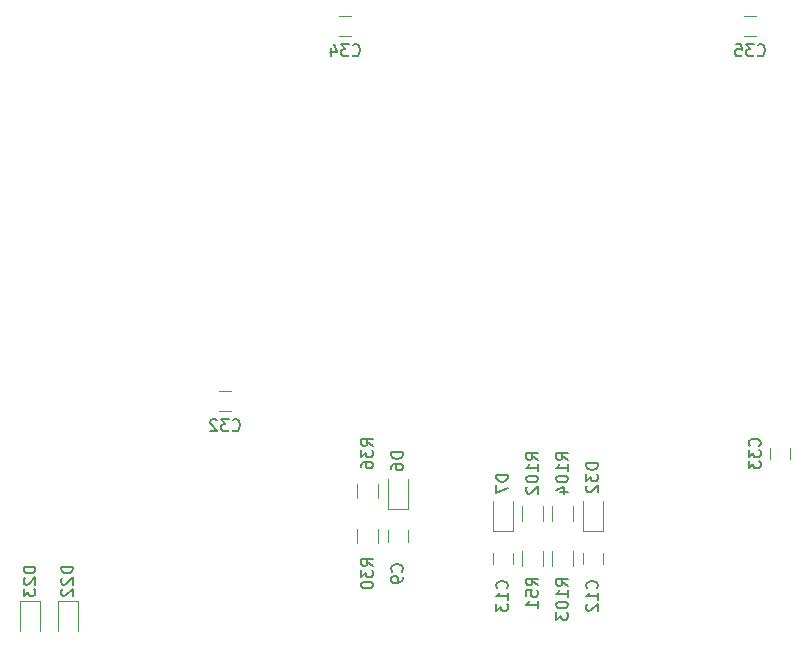
<source format=gbr>
G04 #@! TF.FileFunction,Legend,Bot*
%FSLAX46Y46*%
G04 Gerber Fmt 4.6, Leading zero omitted, Abs format (unit mm)*
G04 Created by KiCad (PCBNEW 4.0.6) date 01/07/18 00:35:13*
%MOMM*%
%LPD*%
G01*
G04 APERTURE LIST*
%ADD10C,0.100000*%
%ADD11C,0.120000*%
%ADD12C,0.150000*%
G04 APERTURE END LIST*
D10*
D11*
X23915000Y-96290000D02*
X25615000Y-96290000D01*
X25615000Y-96290000D02*
X25615000Y-98840000D01*
X23915000Y-96290000D02*
X23915000Y-98840000D01*
X27090000Y-96290000D02*
X28790000Y-96290000D01*
X28790000Y-96290000D02*
X28790000Y-98840000D01*
X27090000Y-96290000D02*
X27090000Y-98840000D01*
X41775000Y-80225000D02*
X40775000Y-80225000D01*
X40775000Y-78525000D02*
X41775000Y-78525000D01*
X87415000Y-84320000D02*
X87415000Y-83320000D01*
X89115000Y-83320000D02*
X89115000Y-84320000D01*
X51935000Y-48475000D02*
X50935000Y-48475000D01*
X50935000Y-46775000D02*
X51935000Y-46775000D01*
X86225000Y-48475000D02*
X85225000Y-48475000D01*
X85225000Y-46775000D02*
X86225000Y-46775000D01*
X56730000Y-90305000D02*
X56730000Y-91305000D01*
X55030000Y-91305000D02*
X55030000Y-90305000D01*
X73240000Y-92210000D02*
X73240000Y-93210000D01*
X71540000Y-93210000D02*
X71540000Y-92210000D01*
X65620000Y-92210000D02*
X65620000Y-93210000D01*
X63920000Y-93210000D02*
X63920000Y-92210000D01*
X56730000Y-88495000D02*
X55030000Y-88495000D01*
X55030000Y-88495000D02*
X55030000Y-85945000D01*
X56730000Y-88495000D02*
X56730000Y-85945000D01*
X65620000Y-90400000D02*
X63920000Y-90400000D01*
X63920000Y-90400000D02*
X63920000Y-87850000D01*
X65620000Y-90400000D02*
X65620000Y-87850000D01*
X73240000Y-90400000D02*
X71540000Y-90400000D01*
X71540000Y-90400000D02*
X71540000Y-87850000D01*
X73240000Y-90400000D02*
X73240000Y-87850000D01*
X52460000Y-90205000D02*
X52460000Y-91405000D01*
X54220000Y-91405000D02*
X54220000Y-90205000D01*
X52460000Y-86395000D02*
X52460000Y-87595000D01*
X54220000Y-87595000D02*
X54220000Y-86395000D01*
X66430000Y-92110000D02*
X66430000Y-93310000D01*
X68190000Y-93310000D02*
X68190000Y-92110000D01*
X66430000Y-88300000D02*
X66430000Y-89500000D01*
X68190000Y-89500000D02*
X68190000Y-88300000D01*
X68970000Y-92110000D02*
X68970000Y-93310000D01*
X70730000Y-93310000D02*
X70730000Y-92110000D01*
X68970000Y-88300000D02*
X68970000Y-89500000D01*
X70730000Y-89500000D02*
X70730000Y-88300000D01*
D12*
X25217381Y-93400714D02*
X24217381Y-93400714D01*
X24217381Y-93638809D01*
X24265000Y-93781667D01*
X24360238Y-93876905D01*
X24455476Y-93924524D01*
X24645952Y-93972143D01*
X24788810Y-93972143D01*
X24979286Y-93924524D01*
X25074524Y-93876905D01*
X25169762Y-93781667D01*
X25217381Y-93638809D01*
X25217381Y-93400714D01*
X24312619Y-94353095D02*
X24265000Y-94400714D01*
X24217381Y-94495952D01*
X24217381Y-94734048D01*
X24265000Y-94829286D01*
X24312619Y-94876905D01*
X24407857Y-94924524D01*
X24503095Y-94924524D01*
X24645952Y-94876905D01*
X25217381Y-94305476D01*
X25217381Y-94924524D01*
X24217381Y-95257857D02*
X24217381Y-95876905D01*
X24598333Y-95543571D01*
X24598333Y-95686429D01*
X24645952Y-95781667D01*
X24693571Y-95829286D01*
X24788810Y-95876905D01*
X25026905Y-95876905D01*
X25122143Y-95829286D01*
X25169762Y-95781667D01*
X25217381Y-95686429D01*
X25217381Y-95400714D01*
X25169762Y-95305476D01*
X25122143Y-95257857D01*
X28392381Y-93400714D02*
X27392381Y-93400714D01*
X27392381Y-93638809D01*
X27440000Y-93781667D01*
X27535238Y-93876905D01*
X27630476Y-93924524D01*
X27820952Y-93972143D01*
X27963810Y-93972143D01*
X28154286Y-93924524D01*
X28249524Y-93876905D01*
X28344762Y-93781667D01*
X28392381Y-93638809D01*
X28392381Y-93400714D01*
X27487619Y-94353095D02*
X27440000Y-94400714D01*
X27392381Y-94495952D01*
X27392381Y-94734048D01*
X27440000Y-94829286D01*
X27487619Y-94876905D01*
X27582857Y-94924524D01*
X27678095Y-94924524D01*
X27820952Y-94876905D01*
X28392381Y-94305476D01*
X28392381Y-94924524D01*
X27487619Y-95305476D02*
X27440000Y-95353095D01*
X27392381Y-95448333D01*
X27392381Y-95686429D01*
X27440000Y-95781667D01*
X27487619Y-95829286D01*
X27582857Y-95876905D01*
X27678095Y-95876905D01*
X27820952Y-95829286D01*
X28392381Y-95257857D01*
X28392381Y-95876905D01*
X41917857Y-81832143D02*
X41965476Y-81879762D01*
X42108333Y-81927381D01*
X42203571Y-81927381D01*
X42346429Y-81879762D01*
X42441667Y-81784524D01*
X42489286Y-81689286D01*
X42536905Y-81498810D01*
X42536905Y-81355952D01*
X42489286Y-81165476D01*
X42441667Y-81070238D01*
X42346429Y-80975000D01*
X42203571Y-80927381D01*
X42108333Y-80927381D01*
X41965476Y-80975000D01*
X41917857Y-81022619D01*
X41584524Y-80927381D02*
X40965476Y-80927381D01*
X41298810Y-81308333D01*
X41155952Y-81308333D01*
X41060714Y-81355952D01*
X41013095Y-81403571D01*
X40965476Y-81498810D01*
X40965476Y-81736905D01*
X41013095Y-81832143D01*
X41060714Y-81879762D01*
X41155952Y-81927381D01*
X41441667Y-81927381D01*
X41536905Y-81879762D01*
X41584524Y-81832143D01*
X40584524Y-81022619D02*
X40536905Y-80975000D01*
X40441667Y-80927381D01*
X40203571Y-80927381D01*
X40108333Y-80975000D01*
X40060714Y-81022619D01*
X40013095Y-81117857D01*
X40013095Y-81213095D01*
X40060714Y-81355952D01*
X40632143Y-81927381D01*
X40013095Y-81927381D01*
X86522143Y-83177143D02*
X86569762Y-83129524D01*
X86617381Y-82986667D01*
X86617381Y-82891429D01*
X86569762Y-82748571D01*
X86474524Y-82653333D01*
X86379286Y-82605714D01*
X86188810Y-82558095D01*
X86045952Y-82558095D01*
X85855476Y-82605714D01*
X85760238Y-82653333D01*
X85665000Y-82748571D01*
X85617381Y-82891429D01*
X85617381Y-82986667D01*
X85665000Y-83129524D01*
X85712619Y-83177143D01*
X85617381Y-83510476D02*
X85617381Y-84129524D01*
X85998333Y-83796190D01*
X85998333Y-83939048D01*
X86045952Y-84034286D01*
X86093571Y-84081905D01*
X86188810Y-84129524D01*
X86426905Y-84129524D01*
X86522143Y-84081905D01*
X86569762Y-84034286D01*
X86617381Y-83939048D01*
X86617381Y-83653333D01*
X86569762Y-83558095D01*
X86522143Y-83510476D01*
X85617381Y-84462857D02*
X85617381Y-85081905D01*
X85998333Y-84748571D01*
X85998333Y-84891429D01*
X86045952Y-84986667D01*
X86093571Y-85034286D01*
X86188810Y-85081905D01*
X86426905Y-85081905D01*
X86522143Y-85034286D01*
X86569762Y-84986667D01*
X86617381Y-84891429D01*
X86617381Y-84605714D01*
X86569762Y-84510476D01*
X86522143Y-84462857D01*
X52077857Y-50082143D02*
X52125476Y-50129762D01*
X52268333Y-50177381D01*
X52363571Y-50177381D01*
X52506429Y-50129762D01*
X52601667Y-50034524D01*
X52649286Y-49939286D01*
X52696905Y-49748810D01*
X52696905Y-49605952D01*
X52649286Y-49415476D01*
X52601667Y-49320238D01*
X52506429Y-49225000D01*
X52363571Y-49177381D01*
X52268333Y-49177381D01*
X52125476Y-49225000D01*
X52077857Y-49272619D01*
X51744524Y-49177381D02*
X51125476Y-49177381D01*
X51458810Y-49558333D01*
X51315952Y-49558333D01*
X51220714Y-49605952D01*
X51173095Y-49653571D01*
X51125476Y-49748810D01*
X51125476Y-49986905D01*
X51173095Y-50082143D01*
X51220714Y-50129762D01*
X51315952Y-50177381D01*
X51601667Y-50177381D01*
X51696905Y-50129762D01*
X51744524Y-50082143D01*
X50268333Y-49510714D02*
X50268333Y-50177381D01*
X50506429Y-49129762D02*
X50744524Y-49844048D01*
X50125476Y-49844048D01*
X86367857Y-50082143D02*
X86415476Y-50129762D01*
X86558333Y-50177381D01*
X86653571Y-50177381D01*
X86796429Y-50129762D01*
X86891667Y-50034524D01*
X86939286Y-49939286D01*
X86986905Y-49748810D01*
X86986905Y-49605952D01*
X86939286Y-49415476D01*
X86891667Y-49320238D01*
X86796429Y-49225000D01*
X86653571Y-49177381D01*
X86558333Y-49177381D01*
X86415476Y-49225000D01*
X86367857Y-49272619D01*
X86034524Y-49177381D02*
X85415476Y-49177381D01*
X85748810Y-49558333D01*
X85605952Y-49558333D01*
X85510714Y-49605952D01*
X85463095Y-49653571D01*
X85415476Y-49748810D01*
X85415476Y-49986905D01*
X85463095Y-50082143D01*
X85510714Y-50129762D01*
X85605952Y-50177381D01*
X85891667Y-50177381D01*
X85986905Y-50129762D01*
X86034524Y-50082143D01*
X84510714Y-49177381D02*
X84986905Y-49177381D01*
X85034524Y-49653571D01*
X84986905Y-49605952D01*
X84891667Y-49558333D01*
X84653571Y-49558333D01*
X84558333Y-49605952D01*
X84510714Y-49653571D01*
X84463095Y-49748810D01*
X84463095Y-49986905D01*
X84510714Y-50082143D01*
X84558333Y-50129762D01*
X84653571Y-50177381D01*
X84891667Y-50177381D01*
X84986905Y-50129762D01*
X85034524Y-50082143D01*
X56237143Y-93813334D02*
X56284762Y-93765715D01*
X56332381Y-93622858D01*
X56332381Y-93527620D01*
X56284762Y-93384762D01*
X56189524Y-93289524D01*
X56094286Y-93241905D01*
X55903810Y-93194286D01*
X55760952Y-93194286D01*
X55570476Y-93241905D01*
X55475238Y-93289524D01*
X55380000Y-93384762D01*
X55332381Y-93527620D01*
X55332381Y-93622858D01*
X55380000Y-93765715D01*
X55427619Y-93813334D01*
X56332381Y-94289524D02*
X56332381Y-94480000D01*
X56284762Y-94575239D01*
X56237143Y-94622858D01*
X56094286Y-94718096D01*
X55903810Y-94765715D01*
X55522857Y-94765715D01*
X55427619Y-94718096D01*
X55380000Y-94670477D01*
X55332381Y-94575239D01*
X55332381Y-94384762D01*
X55380000Y-94289524D01*
X55427619Y-94241905D01*
X55522857Y-94194286D01*
X55760952Y-94194286D01*
X55856190Y-94241905D01*
X55903810Y-94289524D01*
X55951429Y-94384762D01*
X55951429Y-94575239D01*
X55903810Y-94670477D01*
X55856190Y-94718096D01*
X55760952Y-94765715D01*
X72747143Y-95242143D02*
X72794762Y-95194524D01*
X72842381Y-95051667D01*
X72842381Y-94956429D01*
X72794762Y-94813571D01*
X72699524Y-94718333D01*
X72604286Y-94670714D01*
X72413810Y-94623095D01*
X72270952Y-94623095D01*
X72080476Y-94670714D01*
X71985238Y-94718333D01*
X71890000Y-94813571D01*
X71842381Y-94956429D01*
X71842381Y-95051667D01*
X71890000Y-95194524D01*
X71937619Y-95242143D01*
X72842381Y-96194524D02*
X72842381Y-95623095D01*
X72842381Y-95908809D02*
X71842381Y-95908809D01*
X71985238Y-95813571D01*
X72080476Y-95718333D01*
X72128095Y-95623095D01*
X71937619Y-96575476D02*
X71890000Y-96623095D01*
X71842381Y-96718333D01*
X71842381Y-96956429D01*
X71890000Y-97051667D01*
X71937619Y-97099286D01*
X72032857Y-97146905D01*
X72128095Y-97146905D01*
X72270952Y-97099286D01*
X72842381Y-96527857D01*
X72842381Y-97146905D01*
X65127143Y-95242143D02*
X65174762Y-95194524D01*
X65222381Y-95051667D01*
X65222381Y-94956429D01*
X65174762Y-94813571D01*
X65079524Y-94718333D01*
X64984286Y-94670714D01*
X64793810Y-94623095D01*
X64650952Y-94623095D01*
X64460476Y-94670714D01*
X64365238Y-94718333D01*
X64270000Y-94813571D01*
X64222381Y-94956429D01*
X64222381Y-95051667D01*
X64270000Y-95194524D01*
X64317619Y-95242143D01*
X65222381Y-96194524D02*
X65222381Y-95623095D01*
X65222381Y-95908809D02*
X64222381Y-95908809D01*
X64365238Y-95813571D01*
X64460476Y-95718333D01*
X64508095Y-95623095D01*
X64222381Y-96527857D02*
X64222381Y-97146905D01*
X64603333Y-96813571D01*
X64603333Y-96956429D01*
X64650952Y-97051667D01*
X64698571Y-97099286D01*
X64793810Y-97146905D01*
X65031905Y-97146905D01*
X65127143Y-97099286D01*
X65174762Y-97051667D01*
X65222381Y-96956429D01*
X65222381Y-96670714D01*
X65174762Y-96575476D01*
X65127143Y-96527857D01*
X56332381Y-83716905D02*
X55332381Y-83716905D01*
X55332381Y-83955000D01*
X55380000Y-84097858D01*
X55475238Y-84193096D01*
X55570476Y-84240715D01*
X55760952Y-84288334D01*
X55903810Y-84288334D01*
X56094286Y-84240715D01*
X56189524Y-84193096D01*
X56284762Y-84097858D01*
X56332381Y-83955000D01*
X56332381Y-83716905D01*
X55332381Y-85145477D02*
X55332381Y-84955000D01*
X55380000Y-84859762D01*
X55427619Y-84812143D01*
X55570476Y-84716905D01*
X55760952Y-84669286D01*
X56141905Y-84669286D01*
X56237143Y-84716905D01*
X56284762Y-84764524D01*
X56332381Y-84859762D01*
X56332381Y-85050239D01*
X56284762Y-85145477D01*
X56237143Y-85193096D01*
X56141905Y-85240715D01*
X55903810Y-85240715D01*
X55808571Y-85193096D01*
X55760952Y-85145477D01*
X55713333Y-85050239D01*
X55713333Y-84859762D01*
X55760952Y-84764524D01*
X55808571Y-84716905D01*
X55903810Y-84669286D01*
X65222381Y-85621905D02*
X64222381Y-85621905D01*
X64222381Y-85860000D01*
X64270000Y-86002858D01*
X64365238Y-86098096D01*
X64460476Y-86145715D01*
X64650952Y-86193334D01*
X64793810Y-86193334D01*
X64984286Y-86145715D01*
X65079524Y-86098096D01*
X65174762Y-86002858D01*
X65222381Y-85860000D01*
X65222381Y-85621905D01*
X64222381Y-86526667D02*
X64222381Y-87193334D01*
X65222381Y-86764762D01*
X72842381Y-84637714D02*
X71842381Y-84637714D01*
X71842381Y-84875809D01*
X71890000Y-85018667D01*
X71985238Y-85113905D01*
X72080476Y-85161524D01*
X72270952Y-85209143D01*
X72413810Y-85209143D01*
X72604286Y-85161524D01*
X72699524Y-85113905D01*
X72794762Y-85018667D01*
X72842381Y-84875809D01*
X72842381Y-84637714D01*
X71842381Y-85542476D02*
X71842381Y-86161524D01*
X72223333Y-85828190D01*
X72223333Y-85971048D01*
X72270952Y-86066286D01*
X72318571Y-86113905D01*
X72413810Y-86161524D01*
X72651905Y-86161524D01*
X72747143Y-86113905D01*
X72794762Y-86066286D01*
X72842381Y-85971048D01*
X72842381Y-85685333D01*
X72794762Y-85590095D01*
X72747143Y-85542476D01*
X71937619Y-86542476D02*
X71890000Y-86590095D01*
X71842381Y-86685333D01*
X71842381Y-86923429D01*
X71890000Y-87018667D01*
X71937619Y-87066286D01*
X72032857Y-87113905D01*
X72128095Y-87113905D01*
X72270952Y-87066286D01*
X72842381Y-86494857D01*
X72842381Y-87113905D01*
X53792381Y-93337143D02*
X53316190Y-93003809D01*
X53792381Y-92765714D02*
X52792381Y-92765714D01*
X52792381Y-93146667D01*
X52840000Y-93241905D01*
X52887619Y-93289524D01*
X52982857Y-93337143D01*
X53125714Y-93337143D01*
X53220952Y-93289524D01*
X53268571Y-93241905D01*
X53316190Y-93146667D01*
X53316190Y-92765714D01*
X52792381Y-93670476D02*
X52792381Y-94289524D01*
X53173333Y-93956190D01*
X53173333Y-94099048D01*
X53220952Y-94194286D01*
X53268571Y-94241905D01*
X53363810Y-94289524D01*
X53601905Y-94289524D01*
X53697143Y-94241905D01*
X53744762Y-94194286D01*
X53792381Y-94099048D01*
X53792381Y-93813333D01*
X53744762Y-93718095D01*
X53697143Y-93670476D01*
X52792381Y-94908571D02*
X52792381Y-95003810D01*
X52840000Y-95099048D01*
X52887619Y-95146667D01*
X52982857Y-95194286D01*
X53173333Y-95241905D01*
X53411429Y-95241905D01*
X53601905Y-95194286D01*
X53697143Y-95146667D01*
X53744762Y-95099048D01*
X53792381Y-95003810D01*
X53792381Y-94908571D01*
X53744762Y-94813333D01*
X53697143Y-94765714D01*
X53601905Y-94718095D01*
X53411429Y-94670476D01*
X53173333Y-94670476D01*
X52982857Y-94718095D01*
X52887619Y-94765714D01*
X52840000Y-94813333D01*
X52792381Y-94908571D01*
X53792381Y-83177143D02*
X53316190Y-82843809D01*
X53792381Y-82605714D02*
X52792381Y-82605714D01*
X52792381Y-82986667D01*
X52840000Y-83081905D01*
X52887619Y-83129524D01*
X52982857Y-83177143D01*
X53125714Y-83177143D01*
X53220952Y-83129524D01*
X53268571Y-83081905D01*
X53316190Y-82986667D01*
X53316190Y-82605714D01*
X52792381Y-83510476D02*
X52792381Y-84129524D01*
X53173333Y-83796190D01*
X53173333Y-83939048D01*
X53220952Y-84034286D01*
X53268571Y-84081905D01*
X53363810Y-84129524D01*
X53601905Y-84129524D01*
X53697143Y-84081905D01*
X53744762Y-84034286D01*
X53792381Y-83939048D01*
X53792381Y-83653333D01*
X53744762Y-83558095D01*
X53697143Y-83510476D01*
X52792381Y-84986667D02*
X52792381Y-84796190D01*
X52840000Y-84700952D01*
X52887619Y-84653333D01*
X53030476Y-84558095D01*
X53220952Y-84510476D01*
X53601905Y-84510476D01*
X53697143Y-84558095D01*
X53744762Y-84605714D01*
X53792381Y-84700952D01*
X53792381Y-84891429D01*
X53744762Y-84986667D01*
X53697143Y-85034286D01*
X53601905Y-85081905D01*
X53363810Y-85081905D01*
X53268571Y-85034286D01*
X53220952Y-84986667D01*
X53173333Y-84891429D01*
X53173333Y-84700952D01*
X53220952Y-84605714D01*
X53268571Y-84558095D01*
X53363810Y-84510476D01*
X67762381Y-94988143D02*
X67286190Y-94654809D01*
X67762381Y-94416714D02*
X66762381Y-94416714D01*
X66762381Y-94797667D01*
X66810000Y-94892905D01*
X66857619Y-94940524D01*
X66952857Y-94988143D01*
X67095714Y-94988143D01*
X67190952Y-94940524D01*
X67238571Y-94892905D01*
X67286190Y-94797667D01*
X67286190Y-94416714D01*
X66762381Y-95892905D02*
X66762381Y-95416714D01*
X67238571Y-95369095D01*
X67190952Y-95416714D01*
X67143333Y-95511952D01*
X67143333Y-95750048D01*
X67190952Y-95845286D01*
X67238571Y-95892905D01*
X67333810Y-95940524D01*
X67571905Y-95940524D01*
X67667143Y-95892905D01*
X67714762Y-95845286D01*
X67762381Y-95750048D01*
X67762381Y-95511952D01*
X67714762Y-95416714D01*
X67667143Y-95369095D01*
X67762381Y-96892905D02*
X67762381Y-96321476D01*
X67762381Y-96607190D02*
X66762381Y-96607190D01*
X66905238Y-96511952D01*
X67000476Y-96416714D01*
X67048095Y-96321476D01*
X67762381Y-84351953D02*
X67286190Y-84018619D01*
X67762381Y-83780524D02*
X66762381Y-83780524D01*
X66762381Y-84161477D01*
X66810000Y-84256715D01*
X66857619Y-84304334D01*
X66952857Y-84351953D01*
X67095714Y-84351953D01*
X67190952Y-84304334D01*
X67238571Y-84256715D01*
X67286190Y-84161477D01*
X67286190Y-83780524D01*
X67762381Y-85304334D02*
X67762381Y-84732905D01*
X67762381Y-85018619D02*
X66762381Y-85018619D01*
X66905238Y-84923381D01*
X67000476Y-84828143D01*
X67048095Y-84732905D01*
X66762381Y-85923381D02*
X66762381Y-86018620D01*
X66810000Y-86113858D01*
X66857619Y-86161477D01*
X66952857Y-86209096D01*
X67143333Y-86256715D01*
X67381429Y-86256715D01*
X67571905Y-86209096D01*
X67667143Y-86161477D01*
X67714762Y-86113858D01*
X67762381Y-86018620D01*
X67762381Y-85923381D01*
X67714762Y-85828143D01*
X67667143Y-85780524D01*
X67571905Y-85732905D01*
X67381429Y-85685286D01*
X67143333Y-85685286D01*
X66952857Y-85732905D01*
X66857619Y-85780524D01*
X66810000Y-85828143D01*
X66762381Y-85923381D01*
X66857619Y-86637667D02*
X66810000Y-86685286D01*
X66762381Y-86780524D01*
X66762381Y-87018620D01*
X66810000Y-87113858D01*
X66857619Y-87161477D01*
X66952857Y-87209096D01*
X67048095Y-87209096D01*
X67190952Y-87161477D01*
X67762381Y-86590048D01*
X67762381Y-87209096D01*
X70302381Y-95019953D02*
X69826190Y-94686619D01*
X70302381Y-94448524D02*
X69302381Y-94448524D01*
X69302381Y-94829477D01*
X69350000Y-94924715D01*
X69397619Y-94972334D01*
X69492857Y-95019953D01*
X69635714Y-95019953D01*
X69730952Y-94972334D01*
X69778571Y-94924715D01*
X69826190Y-94829477D01*
X69826190Y-94448524D01*
X70302381Y-95972334D02*
X70302381Y-95400905D01*
X70302381Y-95686619D02*
X69302381Y-95686619D01*
X69445238Y-95591381D01*
X69540476Y-95496143D01*
X69588095Y-95400905D01*
X69302381Y-96591381D02*
X69302381Y-96686620D01*
X69350000Y-96781858D01*
X69397619Y-96829477D01*
X69492857Y-96877096D01*
X69683333Y-96924715D01*
X69921429Y-96924715D01*
X70111905Y-96877096D01*
X70207143Y-96829477D01*
X70254762Y-96781858D01*
X70302381Y-96686620D01*
X70302381Y-96591381D01*
X70254762Y-96496143D01*
X70207143Y-96448524D01*
X70111905Y-96400905D01*
X69921429Y-96353286D01*
X69683333Y-96353286D01*
X69492857Y-96400905D01*
X69397619Y-96448524D01*
X69350000Y-96496143D01*
X69302381Y-96591381D01*
X69302381Y-97258048D02*
X69302381Y-97877096D01*
X69683333Y-97543762D01*
X69683333Y-97686620D01*
X69730952Y-97781858D01*
X69778571Y-97829477D01*
X69873810Y-97877096D01*
X70111905Y-97877096D01*
X70207143Y-97829477D01*
X70254762Y-97781858D01*
X70302381Y-97686620D01*
X70302381Y-97400905D01*
X70254762Y-97305667D01*
X70207143Y-97258048D01*
X70302381Y-84351953D02*
X69826190Y-84018619D01*
X70302381Y-83780524D02*
X69302381Y-83780524D01*
X69302381Y-84161477D01*
X69350000Y-84256715D01*
X69397619Y-84304334D01*
X69492857Y-84351953D01*
X69635714Y-84351953D01*
X69730952Y-84304334D01*
X69778571Y-84256715D01*
X69826190Y-84161477D01*
X69826190Y-83780524D01*
X70302381Y-85304334D02*
X70302381Y-84732905D01*
X70302381Y-85018619D02*
X69302381Y-85018619D01*
X69445238Y-84923381D01*
X69540476Y-84828143D01*
X69588095Y-84732905D01*
X69302381Y-85923381D02*
X69302381Y-86018620D01*
X69350000Y-86113858D01*
X69397619Y-86161477D01*
X69492857Y-86209096D01*
X69683333Y-86256715D01*
X69921429Y-86256715D01*
X70111905Y-86209096D01*
X70207143Y-86161477D01*
X70254762Y-86113858D01*
X70302381Y-86018620D01*
X70302381Y-85923381D01*
X70254762Y-85828143D01*
X70207143Y-85780524D01*
X70111905Y-85732905D01*
X69921429Y-85685286D01*
X69683333Y-85685286D01*
X69492857Y-85732905D01*
X69397619Y-85780524D01*
X69350000Y-85828143D01*
X69302381Y-85923381D01*
X69635714Y-87113858D02*
X70302381Y-87113858D01*
X69254762Y-86875762D02*
X69969048Y-86637667D01*
X69969048Y-87256715D01*
M02*

</source>
